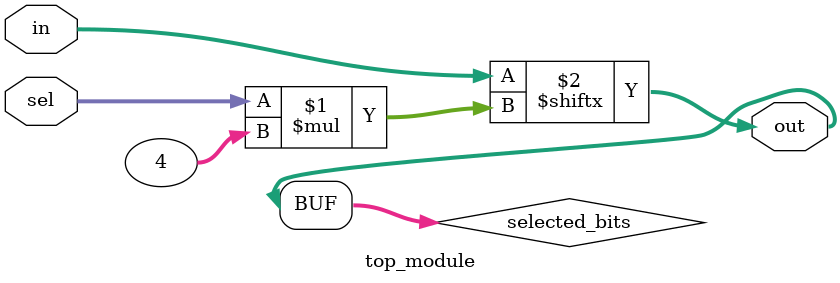
<source format=sv>
module top_module (
    input [1023:0] in,
    input [7:0] sel,
    output [3:0] out
);

wire [3:0] selected_bits;

assign selected_bits = in[(sel*4+3):(sel*4)];

assign out = selected_bits;

endmodule

</source>
